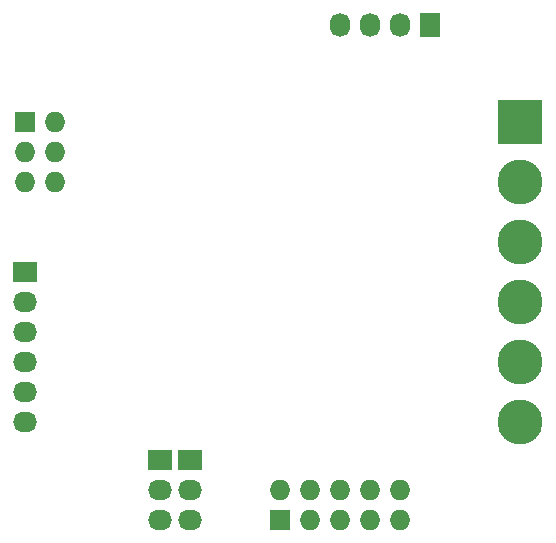
<source format=gbr>
G04 #@! TF.FileFunction,Soldermask,Bot*
%FSLAX46Y46*%
G04 Gerber Fmt 4.6, Leading zero omitted, Abs format (unit mm)*
G04 Created by KiCad (PCBNEW (2014-11-27 BZR 5304)-product) date 12/4/2014 11:40:45 PM*
%MOMM*%
G01*
G04 APERTURE LIST*
%ADD10C,0.100000*%
%ADD11R,2.032000X1.727200*%
%ADD12O,2.032000X1.727200*%
%ADD13R,1.727200X1.727200*%
%ADD14O,1.727200X1.727200*%
%ADD15R,1.727200X2.032000*%
%ADD16O,1.727200X2.032000*%
%ADD17C,3.810000*%
%ADD18R,3.810000X3.810000*%
G04 APERTURE END LIST*
D10*
D11*
X29210000Y-153035000D03*
D12*
X29210000Y-155575000D03*
X29210000Y-158115000D03*
X29210000Y-160655000D03*
X29210000Y-163195000D03*
X29210000Y-165735000D03*
D13*
X29210000Y-140335000D03*
D14*
X31750000Y-140335000D03*
X29210000Y-142875000D03*
X31750000Y-142875000D03*
X29210000Y-145415000D03*
X31750000Y-145415000D03*
D11*
X40640000Y-168910000D03*
D12*
X40640000Y-171450000D03*
X40640000Y-173990000D03*
D11*
X43180000Y-168910000D03*
D12*
X43180000Y-171450000D03*
X43180000Y-173990000D03*
D15*
X63500000Y-132080000D03*
D16*
X60960000Y-132080000D03*
X58420000Y-132080000D03*
X55880000Y-132080000D03*
D17*
X71120000Y-145415000D03*
X71120000Y-150495000D03*
D18*
X71120000Y-140335000D03*
D17*
X71120000Y-155575000D03*
X71120000Y-160655000D03*
X71120000Y-165735000D03*
D13*
X50800000Y-173990000D03*
D14*
X50800000Y-171450000D03*
X53340000Y-173990000D03*
X53340000Y-171450000D03*
X55880000Y-173990000D03*
X55880000Y-171450000D03*
X58420000Y-173990000D03*
X58420000Y-171450000D03*
X60960000Y-173990000D03*
X60960000Y-171450000D03*
M02*

</source>
